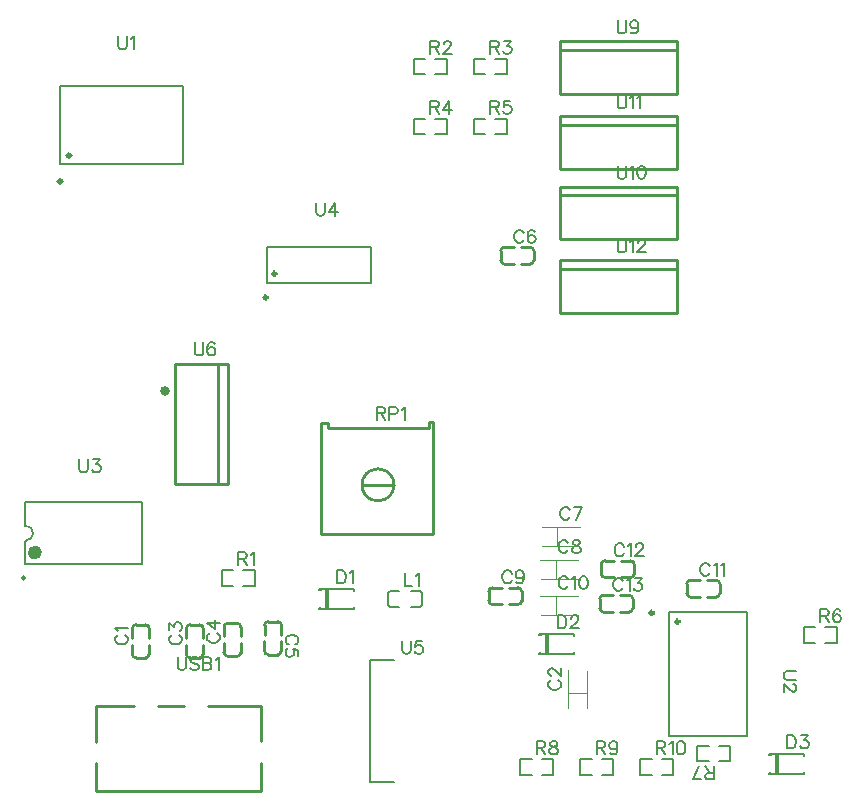
<source format=gto>
G04 Layer: TopSilkscreenLayer*
G04 EasyEDA v6.5.44, 2024-08-27 02:14:39*
G04 c69db122412b4c51b467f6eab680147d,f1a1d2977d3b4f1281c114c53eaa6542,10*
G04 Gerber Generator version 0.2*
G04 Scale: 100 percent, Rotated: No, Reflected: No *
G04 Dimensions in millimeters *
G04 leading zeros omitted , absolute positions ,4 integer and 5 decimal *
%FSLAX45Y45*%
%MOMM*%

%ADD10C,0.1524*%
%ADD11C,0.2540*%
%ADD12C,0.2000*%
%ADD13C,0.0800*%
%ADD14C,0.1520*%
%ADD15C,0.1520*%
%ADD16C,0.2500*%
%ADD17C,0.6000*%
%ADD18C,0.4000*%
%ADD19C,0.3000*%
%ADD20C,0.0168*%

%LPD*%
D10*
X1586992Y1347978D02*
G01*
X1576578Y1342644D01*
X1566163Y1332229D01*
X1561084Y1322070D01*
X1561084Y1301242D01*
X1566163Y1290828D01*
X1576578Y1280413D01*
X1586992Y1275079D01*
X1602739Y1270000D01*
X1628647Y1270000D01*
X1644142Y1275079D01*
X1654555Y1280413D01*
X1664970Y1290828D01*
X1670050Y1301242D01*
X1670050Y1322070D01*
X1664970Y1332229D01*
X1654555Y1342644D01*
X1644142Y1347978D01*
X1581912Y1382268D02*
G01*
X1576578Y1392681D01*
X1561084Y1408176D01*
X1670050Y1408176D01*
X2044191Y1347978D02*
G01*
X2033777Y1342644D01*
X2023363Y1332229D01*
X2018284Y1322070D01*
X2018284Y1301242D01*
X2023363Y1290828D01*
X2033777Y1280413D01*
X2044191Y1275079D01*
X2059940Y1270000D01*
X2085847Y1270000D01*
X2101341Y1275079D01*
X2111756Y1280413D01*
X2122170Y1290828D01*
X2127250Y1301242D01*
X2127250Y1322070D01*
X2122170Y1332229D01*
X2111756Y1342644D01*
X2101341Y1347978D01*
X2018284Y1392681D02*
G01*
X2018284Y1449831D01*
X2059940Y1418589D01*
X2059940Y1434084D01*
X2065020Y1444497D01*
X2070100Y1449831D01*
X2085847Y1454912D01*
X2096261Y1454912D01*
X2111756Y1449831D01*
X2122170Y1439418D01*
X2127250Y1423670D01*
X2127250Y1408176D01*
X2122170Y1392681D01*
X2117090Y1387347D01*
X2106675Y1382268D01*
X3775900Y3276600D02*
G01*
X3775900Y3167634D01*
X3775900Y3276600D02*
G01*
X3822636Y3276600D01*
X3838130Y3271520D01*
X3843464Y3266186D01*
X3848544Y3255771D01*
X3848544Y3245357D01*
X3843464Y3234944D01*
X3838130Y3229863D01*
X3822636Y3224784D01*
X3775900Y3224784D01*
X3812222Y3224784D02*
G01*
X3848544Y3167634D01*
X3882834Y3276600D02*
G01*
X3882834Y3167634D01*
X3882834Y3276600D02*
G01*
X3929570Y3276600D01*
X3945318Y3271520D01*
X3950398Y3266186D01*
X3955732Y3255771D01*
X3955732Y3240278D01*
X3950398Y3229863D01*
X3945318Y3224784D01*
X3929570Y3219450D01*
X3882834Y3219450D01*
X3990022Y3255771D02*
G01*
X4000436Y3261105D01*
X4015930Y3276600D01*
X4015930Y3167634D01*
X1587500Y6414515D02*
G01*
X1587500Y6336537D01*
X1592579Y6321044D01*
X1602994Y6310629D01*
X1618742Y6305550D01*
X1629155Y6305550D01*
X1644650Y6310629D01*
X1655063Y6321044D01*
X1660144Y6336537D01*
X1660144Y6414515D01*
X1694434Y6393687D02*
G01*
X1704847Y6399021D01*
X1720595Y6414515D01*
X1720595Y6305550D01*
X1257300Y2833115D02*
G01*
X1257300Y2755137D01*
X1262379Y2739644D01*
X1272794Y2729229D01*
X1288542Y2724150D01*
X1298955Y2724150D01*
X1314450Y2729229D01*
X1324863Y2739644D01*
X1329944Y2755137D01*
X1329944Y2833115D01*
X1374647Y2833115D02*
G01*
X1431797Y2833115D01*
X1400810Y2791460D01*
X1416304Y2791460D01*
X1426718Y2786379D01*
X1431797Y2781300D01*
X1437131Y2765552D01*
X1437131Y2755137D01*
X1431797Y2739644D01*
X1421384Y2729229D01*
X1405889Y2724150D01*
X1390395Y2724150D01*
X1374647Y2729229D01*
X1369568Y2734310D01*
X1364234Y2744723D01*
X5254752Y963040D02*
G01*
X5244338Y957706D01*
X5233924Y947293D01*
X5228843Y937132D01*
X5228843Y916304D01*
X5233924Y905890D01*
X5244338Y895477D01*
X5254752Y890143D01*
X5270500Y885062D01*
X5296408Y885062D01*
X5311902Y890143D01*
X5322315Y895477D01*
X5332729Y905890D01*
X5337809Y916304D01*
X5337809Y937132D01*
X5332729Y947293D01*
X5322315Y957706D01*
X5311902Y963040D01*
X5254752Y1002411D02*
G01*
X5249672Y1002411D01*
X5239258Y1007745D01*
X5233924Y1012825D01*
X5228843Y1023238D01*
X5228843Y1044067D01*
X5233924Y1054480D01*
X5239258Y1059561D01*
X5249672Y1064895D01*
X5260086Y1064895D01*
X5270500Y1059561D01*
X5285993Y1049146D01*
X5337809Y997330D01*
X5337809Y1069975D01*
X5018277Y4750307D02*
G01*
X5012943Y4760721D01*
X5002529Y4771136D01*
X4992370Y4776215D01*
X4971541Y4776215D01*
X4961127Y4771136D01*
X4950713Y4760721D01*
X4945379Y4750307D01*
X4940300Y4734560D01*
X4940300Y4708652D01*
X4945379Y4693157D01*
X4950713Y4682744D01*
X4961127Y4672329D01*
X4971541Y4667250D01*
X4992370Y4667250D01*
X5002529Y4672329D01*
X5012943Y4682744D01*
X5018277Y4693157D01*
X5114797Y4760721D02*
G01*
X5109718Y4771136D01*
X5093970Y4776215D01*
X5083809Y4776215D01*
X5068061Y4771136D01*
X5057647Y4755387D01*
X5052568Y4729479D01*
X5052568Y4703571D01*
X5057647Y4682744D01*
X5068061Y4672329D01*
X5083809Y4667250D01*
X5088890Y4667250D01*
X5104384Y4672329D01*
X5114797Y4682744D01*
X5120131Y4698237D01*
X5120131Y4703571D01*
X5114797Y4719065D01*
X5104384Y4729479D01*
X5088890Y4734560D01*
X5083809Y4734560D01*
X5068061Y4729479D01*
X5057647Y4719065D01*
X5052568Y4703571D01*
X5408040Y2403347D02*
G01*
X5402706Y2413762D01*
X5392293Y2424176D01*
X5382133Y2429255D01*
X5361304Y2429255D01*
X5350890Y2424176D01*
X5340477Y2413762D01*
X5335143Y2403347D01*
X5330063Y2387600D01*
X5330063Y2361692D01*
X5335143Y2346197D01*
X5340477Y2335784D01*
X5350890Y2325370D01*
X5361304Y2320289D01*
X5382133Y2320289D01*
X5392293Y2325370D01*
X5402706Y2335784D01*
X5408040Y2346197D01*
X5514975Y2429255D02*
G01*
X5463159Y2320289D01*
X5442331Y2429255D02*
G01*
X5514975Y2429255D01*
X5395340Y2123947D02*
G01*
X5390006Y2134362D01*
X5379593Y2144776D01*
X5369433Y2149855D01*
X5348604Y2149855D01*
X5338190Y2144776D01*
X5327777Y2134362D01*
X5322443Y2123947D01*
X5317363Y2108200D01*
X5317363Y2082292D01*
X5322443Y2066797D01*
X5327777Y2056384D01*
X5338190Y2045970D01*
X5348604Y2040889D01*
X5369433Y2040889D01*
X5379593Y2045970D01*
X5390006Y2056384D01*
X5395340Y2066797D01*
X5455538Y2149855D02*
G01*
X5440045Y2144776D01*
X5434711Y2134362D01*
X5434711Y2123947D01*
X5440045Y2113534D01*
X5450459Y2108200D01*
X5471033Y2103120D01*
X5486781Y2098039D01*
X5497195Y2087626D01*
X5502275Y2077212D01*
X5502275Y2061463D01*
X5497195Y2051050D01*
X5491861Y2045970D01*
X5476366Y2040889D01*
X5455538Y2040889D01*
X5440045Y2045970D01*
X5434711Y2051050D01*
X5429631Y2061463D01*
X5429631Y2077212D01*
X5434711Y2087626D01*
X5445125Y2098039D01*
X5460872Y2103120D01*
X5481447Y2108200D01*
X5491861Y2113534D01*
X5497195Y2123947D01*
X5497195Y2134362D01*
X5491861Y2144776D01*
X5476366Y2149855D01*
X5455538Y2149855D01*
X4916677Y1867407D02*
G01*
X4911343Y1877821D01*
X4900929Y1888236D01*
X4890770Y1893315D01*
X4869941Y1893315D01*
X4859527Y1888236D01*
X4849113Y1877821D01*
X4843779Y1867407D01*
X4838700Y1851660D01*
X4838700Y1825752D01*
X4843779Y1810257D01*
X4849113Y1799844D01*
X4859527Y1789429D01*
X4869941Y1784350D01*
X4890770Y1784350D01*
X4900929Y1789429D01*
X4911343Y1799844D01*
X4916677Y1810257D01*
X5018531Y1856994D02*
G01*
X5013197Y1841500D01*
X5002784Y1831086D01*
X4987290Y1825752D01*
X4982209Y1825752D01*
X4966461Y1831086D01*
X4956047Y1841500D01*
X4950968Y1856994D01*
X4950968Y1862073D01*
X4956047Y1877821D01*
X4966461Y1888236D01*
X4982209Y1893315D01*
X4987290Y1893315D01*
X5002784Y1888236D01*
X5013197Y1877821D01*
X5018531Y1856994D01*
X5018531Y1831086D01*
X5013197Y1804923D01*
X5002784Y1789429D01*
X4987290Y1784350D01*
X4976875Y1784350D01*
X4961381Y1789429D01*
X4956047Y1799844D01*
X5395340Y1819147D02*
G01*
X5390006Y1829562D01*
X5379593Y1839976D01*
X5369433Y1845055D01*
X5348604Y1845055D01*
X5338190Y1839976D01*
X5327777Y1829562D01*
X5322443Y1819147D01*
X5317363Y1803400D01*
X5317363Y1777492D01*
X5322443Y1761997D01*
X5327777Y1751584D01*
X5338190Y1741170D01*
X5348604Y1736089D01*
X5369433Y1736089D01*
X5379593Y1741170D01*
X5390006Y1751584D01*
X5395340Y1761997D01*
X5429631Y1824228D02*
G01*
X5440045Y1829562D01*
X5455538Y1845055D01*
X5455538Y1736089D01*
X5521070Y1845055D02*
G01*
X5505322Y1839976D01*
X5495163Y1824228D01*
X5489829Y1798320D01*
X5489829Y1782826D01*
X5495163Y1756663D01*
X5505322Y1741170D01*
X5521070Y1736089D01*
X5531484Y1736089D01*
X5546979Y1741170D01*
X5557393Y1756663D01*
X5562472Y1782826D01*
X5562472Y1798320D01*
X5557393Y1824228D01*
X5546979Y1839976D01*
X5531484Y1845055D01*
X5521070Y1845055D01*
X6593077Y1930907D02*
G01*
X6587743Y1941321D01*
X6577329Y1951736D01*
X6567170Y1956815D01*
X6546341Y1956815D01*
X6535927Y1951736D01*
X6525513Y1941321D01*
X6520179Y1930907D01*
X6515100Y1915160D01*
X6515100Y1889252D01*
X6520179Y1873757D01*
X6525513Y1863344D01*
X6535927Y1852929D01*
X6546341Y1847850D01*
X6567170Y1847850D01*
X6577329Y1852929D01*
X6587743Y1863344D01*
X6593077Y1873757D01*
X6627368Y1935987D02*
G01*
X6637781Y1941321D01*
X6653275Y1956815D01*
X6653275Y1847850D01*
X6687565Y1935987D02*
G01*
X6697979Y1941321D01*
X6713474Y1956815D01*
X6713474Y1847850D01*
X5869177Y2096007D02*
G01*
X5863843Y2106421D01*
X5853429Y2116836D01*
X5843270Y2121915D01*
X5822441Y2121915D01*
X5812027Y2116836D01*
X5801613Y2106421D01*
X5796279Y2096007D01*
X5791200Y2080260D01*
X5791200Y2054352D01*
X5796279Y2038857D01*
X5801613Y2028444D01*
X5812027Y2018029D01*
X5822441Y2012950D01*
X5843270Y2012950D01*
X5853429Y2018029D01*
X5863843Y2028444D01*
X5869177Y2038857D01*
X5903468Y2101087D02*
G01*
X5913881Y2106421D01*
X5929375Y2121915D01*
X5929375Y2012950D01*
X5969000Y2096007D02*
G01*
X5969000Y2101087D01*
X5974079Y2111502D01*
X5979159Y2116836D01*
X5989574Y2121915D01*
X6010402Y2121915D01*
X6020815Y2116836D01*
X6026150Y2111502D01*
X6031229Y2101087D01*
X6031229Y2090673D01*
X6026150Y2080260D01*
X6015736Y2064765D01*
X5963665Y2012950D01*
X6036309Y2012950D01*
X5856477Y1803907D02*
G01*
X5851143Y1814321D01*
X5840729Y1824736D01*
X5830570Y1829815D01*
X5809741Y1829815D01*
X5799327Y1824736D01*
X5788913Y1814321D01*
X5783579Y1803907D01*
X5778500Y1788160D01*
X5778500Y1762252D01*
X5783579Y1746757D01*
X5788913Y1736344D01*
X5799327Y1725929D01*
X5809741Y1720850D01*
X5830570Y1720850D01*
X5840729Y1725929D01*
X5851143Y1736344D01*
X5856477Y1746757D01*
X5890768Y1808987D02*
G01*
X5901181Y1814321D01*
X5916675Y1829815D01*
X5916675Y1720850D01*
X5961379Y1829815D02*
G01*
X6018529Y1829815D01*
X5987288Y1788160D01*
X6003036Y1788160D01*
X6013450Y1783079D01*
X6018529Y1778000D01*
X6023609Y1762252D01*
X6023609Y1751837D01*
X6018529Y1736344D01*
X6008115Y1725929D01*
X5992622Y1720850D01*
X5976874Y1720850D01*
X5961379Y1725929D01*
X5956300Y1731010D01*
X5950965Y1741423D01*
X3441700Y1893315D02*
G01*
X3441700Y1784350D01*
X3441700Y1893315D02*
G01*
X3478022Y1893315D01*
X3493770Y1888236D01*
X3503929Y1877821D01*
X3509263Y1867407D01*
X3514343Y1851660D01*
X3514343Y1825752D01*
X3509263Y1810257D01*
X3503929Y1799844D01*
X3493770Y1789429D01*
X3478022Y1784350D01*
X3441700Y1784350D01*
X3548634Y1872487D02*
G01*
X3559047Y1877821D01*
X3574795Y1893315D01*
X3574795Y1784350D01*
X5308600Y1512315D02*
G01*
X5308600Y1403350D01*
X5308600Y1512315D02*
G01*
X5344922Y1512315D01*
X5360670Y1507236D01*
X5370829Y1496821D01*
X5376163Y1486407D01*
X5381243Y1470660D01*
X5381243Y1444752D01*
X5376163Y1429257D01*
X5370829Y1418844D01*
X5360670Y1408429D01*
X5344922Y1403350D01*
X5308600Y1403350D01*
X5420868Y1486407D02*
G01*
X5420868Y1491487D01*
X5425947Y1501902D01*
X5431281Y1507236D01*
X5441695Y1512315D01*
X5462270Y1512315D01*
X5472684Y1507236D01*
X5478018Y1501902D01*
X5483097Y1491487D01*
X5483097Y1481073D01*
X5478018Y1470660D01*
X5467604Y1455165D01*
X5415534Y1403350D01*
X5488431Y1403350D01*
X7251700Y496315D02*
G01*
X7251700Y387350D01*
X7251700Y496315D02*
G01*
X7288022Y496315D01*
X7303770Y491236D01*
X7313929Y480821D01*
X7319263Y470407D01*
X7324343Y454660D01*
X7324343Y428752D01*
X7319263Y413257D01*
X7313929Y402844D01*
X7303770Y392429D01*
X7288022Y387350D01*
X7251700Y387350D01*
X7369047Y496315D02*
G01*
X7426197Y496315D01*
X7395209Y454660D01*
X7410704Y454660D01*
X7421118Y449579D01*
X7426197Y444500D01*
X7431531Y428752D01*
X7431531Y418337D01*
X7426197Y402844D01*
X7415784Y392429D01*
X7400290Y387350D01*
X7384795Y387350D01*
X7369047Y392429D01*
X7363968Y397510D01*
X7358634Y407923D01*
X4011612Y1868170D02*
G01*
X4011612Y1759204D01*
X4011612Y1759204D02*
G01*
X4073842Y1759204D01*
X4108132Y1847342D02*
G01*
X4118546Y1852676D01*
X4134294Y1868170D01*
X4134294Y1759204D01*
X2603500Y2045715D02*
G01*
X2603500Y1936750D01*
X2603500Y2045715D02*
G01*
X2650236Y2045715D01*
X2665729Y2040636D01*
X2671063Y2035302D01*
X2676143Y2024887D01*
X2676143Y2014473D01*
X2671063Y2004060D01*
X2665729Y1998979D01*
X2650236Y1993900D01*
X2603500Y1993900D01*
X2639822Y1993900D02*
G01*
X2676143Y1936750D01*
X2710434Y2024887D02*
G01*
X2720847Y2030221D01*
X2736595Y2045715D01*
X2736595Y1936750D01*
X4229100Y6376415D02*
G01*
X4229100Y6267450D01*
X4229100Y6376415D02*
G01*
X4275836Y6376415D01*
X4291329Y6371336D01*
X4296663Y6366002D01*
X4301743Y6355587D01*
X4301743Y6345173D01*
X4296663Y6334760D01*
X4291329Y6329679D01*
X4275836Y6324600D01*
X4229100Y6324600D01*
X4265422Y6324600D02*
G01*
X4301743Y6267450D01*
X4341368Y6350507D02*
G01*
X4341368Y6355587D01*
X4346447Y6366002D01*
X4351781Y6371336D01*
X4362195Y6376415D01*
X4382770Y6376415D01*
X4393184Y6371336D01*
X4398518Y6366002D01*
X4403597Y6355587D01*
X4403597Y6345173D01*
X4398518Y6334760D01*
X4388104Y6319265D01*
X4336034Y6267450D01*
X4408931Y6267450D01*
X4737100Y6376415D02*
G01*
X4737100Y6267450D01*
X4737100Y6376415D02*
G01*
X4783836Y6376415D01*
X4799329Y6371336D01*
X4804663Y6366002D01*
X4809743Y6355587D01*
X4809743Y6345173D01*
X4804663Y6334760D01*
X4799329Y6329679D01*
X4783836Y6324600D01*
X4737100Y6324600D01*
X4773422Y6324600D02*
G01*
X4809743Y6267450D01*
X4854447Y6376415D02*
G01*
X4911597Y6376415D01*
X4880609Y6334760D01*
X4896104Y6334760D01*
X4906518Y6329679D01*
X4911597Y6324600D01*
X4916931Y6308852D01*
X4916931Y6298437D01*
X4911597Y6282944D01*
X4901184Y6272529D01*
X4885690Y6267450D01*
X4870195Y6267450D01*
X4854447Y6272529D01*
X4849368Y6277610D01*
X4844034Y6288023D01*
X4229100Y5868415D02*
G01*
X4229100Y5759450D01*
X4229100Y5868415D02*
G01*
X4275836Y5868415D01*
X4291329Y5863336D01*
X4296663Y5858002D01*
X4301743Y5847587D01*
X4301743Y5837173D01*
X4296663Y5826760D01*
X4291329Y5821679D01*
X4275836Y5816600D01*
X4229100Y5816600D01*
X4265422Y5816600D02*
G01*
X4301743Y5759450D01*
X4388104Y5868415D02*
G01*
X4336034Y5795771D01*
X4414011Y5795771D01*
X4388104Y5868415D02*
G01*
X4388104Y5759450D01*
X4737100Y5868415D02*
G01*
X4737100Y5759450D01*
X4737100Y5868415D02*
G01*
X4783836Y5868415D01*
X4799329Y5863336D01*
X4804663Y5858002D01*
X4809743Y5847587D01*
X4809743Y5837173D01*
X4804663Y5826760D01*
X4799329Y5821679D01*
X4783836Y5816600D01*
X4737100Y5816600D01*
X4773422Y5816600D02*
G01*
X4809743Y5759450D01*
X4906518Y5868415D02*
G01*
X4854447Y5868415D01*
X4849368Y5821679D01*
X4854447Y5826760D01*
X4870195Y5832094D01*
X4885690Y5832094D01*
X4901184Y5826760D01*
X4911597Y5816600D01*
X4916931Y5800852D01*
X4916931Y5790437D01*
X4911597Y5774944D01*
X4901184Y5764529D01*
X4885690Y5759450D01*
X4870195Y5759450D01*
X4854447Y5764529D01*
X4849368Y5769610D01*
X4844034Y5780023D01*
X7531100Y1563115D02*
G01*
X7531100Y1454150D01*
X7531100Y1563115D02*
G01*
X7577836Y1563115D01*
X7593329Y1558036D01*
X7598663Y1552702D01*
X7603743Y1542287D01*
X7603743Y1531873D01*
X7598663Y1521460D01*
X7593329Y1516379D01*
X7577836Y1511300D01*
X7531100Y1511300D01*
X7567422Y1511300D02*
G01*
X7603743Y1454150D01*
X7700518Y1547621D02*
G01*
X7695184Y1558036D01*
X7679690Y1563115D01*
X7669275Y1563115D01*
X7653781Y1558036D01*
X7643368Y1542287D01*
X7638034Y1516379D01*
X7638034Y1490471D01*
X7643368Y1469644D01*
X7653781Y1459229D01*
X7669275Y1454150D01*
X7674609Y1454150D01*
X7690104Y1459229D01*
X7700518Y1469644D01*
X7705597Y1485137D01*
X7705597Y1490471D01*
X7700518Y1505965D01*
X7690104Y1516379D01*
X7674609Y1521460D01*
X7669275Y1521460D01*
X7653781Y1516379D01*
X7643368Y1505965D01*
X7638034Y1490471D01*
X6629400Y125984D02*
G01*
X6629400Y234950D01*
X6629400Y125984D02*
G01*
X6582663Y125984D01*
X6567170Y131063D01*
X6561836Y136397D01*
X6556756Y146812D01*
X6556756Y157226D01*
X6561836Y167639D01*
X6567170Y172720D01*
X6582663Y177800D01*
X6629400Y177800D01*
X6593077Y177800D02*
G01*
X6556756Y234950D01*
X6449568Y125984D02*
G01*
X6501638Y234950D01*
X6522465Y125984D02*
G01*
X6449568Y125984D01*
X5130800Y445515D02*
G01*
X5130800Y336550D01*
X5130800Y445515D02*
G01*
X5177536Y445515D01*
X5193029Y440436D01*
X5198363Y435102D01*
X5203443Y424687D01*
X5203443Y414273D01*
X5198363Y403860D01*
X5193029Y398779D01*
X5177536Y393700D01*
X5130800Y393700D01*
X5167122Y393700D02*
G01*
X5203443Y336550D01*
X5263895Y445515D02*
G01*
X5248147Y440436D01*
X5243068Y430021D01*
X5243068Y419607D01*
X5248147Y409194D01*
X5258561Y403860D01*
X5279390Y398779D01*
X5294884Y393700D01*
X5305297Y383286D01*
X5310631Y372871D01*
X5310631Y357123D01*
X5305297Y346710D01*
X5300218Y341629D01*
X5284470Y336550D01*
X5263895Y336550D01*
X5248147Y341629D01*
X5243068Y346710D01*
X5237734Y357123D01*
X5237734Y372871D01*
X5243068Y383286D01*
X5253481Y393700D01*
X5268975Y398779D01*
X5289804Y403860D01*
X5300218Y409194D01*
X5305297Y419607D01*
X5305297Y430021D01*
X5300218Y440436D01*
X5284470Y445515D01*
X5263895Y445515D01*
X5638800Y445515D02*
G01*
X5638800Y336550D01*
X5638800Y445515D02*
G01*
X5685536Y445515D01*
X5701029Y440436D01*
X5706363Y435102D01*
X5711443Y424687D01*
X5711443Y414273D01*
X5706363Y403860D01*
X5701029Y398779D01*
X5685536Y393700D01*
X5638800Y393700D01*
X5675122Y393700D02*
G01*
X5711443Y336550D01*
X5813297Y409194D02*
G01*
X5808218Y393700D01*
X5797804Y383286D01*
X5782309Y377952D01*
X5776975Y377952D01*
X5761481Y383286D01*
X5751068Y393700D01*
X5745734Y409194D01*
X5745734Y414273D01*
X5751068Y430021D01*
X5761481Y440436D01*
X5776975Y445515D01*
X5782309Y445515D01*
X5797804Y440436D01*
X5808218Y430021D01*
X5813297Y409194D01*
X5813297Y383286D01*
X5808218Y357123D01*
X5797804Y341629D01*
X5782309Y336550D01*
X5771895Y336550D01*
X5756147Y341629D01*
X5751068Y352044D01*
X6146800Y445515D02*
G01*
X6146800Y336550D01*
X6146800Y445515D02*
G01*
X6193536Y445515D01*
X6209029Y440436D01*
X6214363Y435102D01*
X6219443Y424687D01*
X6219443Y414273D01*
X6214363Y403860D01*
X6209029Y398779D01*
X6193536Y393700D01*
X6146800Y393700D01*
X6183122Y393700D02*
G01*
X6219443Y336550D01*
X6253734Y424687D02*
G01*
X6264147Y430021D01*
X6279895Y445515D01*
X6279895Y336550D01*
X6345174Y445515D02*
G01*
X6329679Y440436D01*
X6319265Y424687D01*
X6314186Y398779D01*
X6314186Y383286D01*
X6319265Y357123D01*
X6329679Y341629D01*
X6345174Y336550D01*
X6355588Y336550D01*
X6371336Y341629D01*
X6381750Y357123D01*
X6386829Y383286D01*
X6386829Y398779D01*
X6381750Y424687D01*
X6371336Y440436D01*
X6355588Y445515D01*
X6345174Y445515D01*
X7328915Y1041400D02*
G01*
X7250938Y1041400D01*
X7235443Y1036320D01*
X7225029Y1025905D01*
X7219950Y1010157D01*
X7219950Y999744D01*
X7225029Y984250D01*
X7235443Y973836D01*
X7250938Y968755D01*
X7328915Y968755D01*
X7303008Y929131D02*
G01*
X7308088Y929131D01*
X7318502Y924052D01*
X7323836Y918718D01*
X7328915Y908304D01*
X7328915Y887729D01*
X7323836Y877315D01*
X7318502Y871981D01*
X7308088Y866902D01*
X7297674Y866902D01*
X7287259Y871981D01*
X7271765Y882395D01*
X7219950Y934465D01*
X7219950Y861568D01*
X3263900Y5004810D02*
G01*
X3263900Y4926832D01*
X3268979Y4911338D01*
X3279393Y4900924D01*
X3295141Y4895844D01*
X3305556Y4895844D01*
X3321050Y4900924D01*
X3331463Y4911338D01*
X3336543Y4926832D01*
X3336543Y5004810D01*
X3422904Y5004810D02*
G01*
X3370834Y4932166D01*
X3448811Y4932166D01*
X3422904Y5004810D02*
G01*
X3422904Y4895844D01*
X3988739Y1296415D02*
G01*
X3988739Y1218437D01*
X3993819Y1202944D01*
X4004233Y1192529D01*
X4019981Y1187450D01*
X4030395Y1187450D01*
X4045889Y1192529D01*
X4056303Y1202944D01*
X4061383Y1218437D01*
X4061383Y1296415D01*
X4158157Y1296415D02*
G01*
X4106087Y1296415D01*
X4101007Y1249679D01*
X4106087Y1254760D01*
X4121835Y1260094D01*
X4137329Y1260094D01*
X4152823Y1254760D01*
X4163237Y1244600D01*
X4168571Y1228852D01*
X4168571Y1218437D01*
X4163237Y1202944D01*
X4152823Y1192529D01*
X4137329Y1187450D01*
X4121835Y1187450D01*
X4106087Y1192529D01*
X4101007Y1197610D01*
X4095673Y1208023D01*
X2235200Y3823715D02*
G01*
X2235200Y3745737D01*
X2240279Y3730244D01*
X2250693Y3719829D01*
X2266441Y3714750D01*
X2276856Y3714750D01*
X2292350Y3719829D01*
X2302763Y3730244D01*
X2307843Y3745737D01*
X2307843Y3823715D01*
X2404618Y3808221D02*
G01*
X2399284Y3818636D01*
X2383790Y3823715D01*
X2373375Y3823715D01*
X2357881Y3818636D01*
X2347468Y3802887D01*
X2342134Y3776979D01*
X2342134Y3751071D01*
X2347468Y3730244D01*
X2357881Y3719829D01*
X2373375Y3714750D01*
X2378709Y3714750D01*
X2394204Y3719829D01*
X2404618Y3730244D01*
X2409697Y3745737D01*
X2409697Y3751071D01*
X2404618Y3766565D01*
X2394204Y3776979D01*
X2378709Y3782060D01*
X2373375Y3782060D01*
X2357881Y3776979D01*
X2347468Y3766565D01*
X2342134Y3751071D01*
X5814593Y6550113D02*
G01*
X5814593Y6472135D01*
X5819673Y6456641D01*
X5830087Y6446227D01*
X5845835Y6441147D01*
X5856249Y6441147D01*
X5871743Y6446227D01*
X5882157Y6456641D01*
X5887237Y6472135D01*
X5887237Y6550113D01*
X5989091Y6513791D02*
G01*
X5984011Y6498297D01*
X5973597Y6487883D01*
X5958103Y6482549D01*
X5952769Y6482549D01*
X5937275Y6487883D01*
X5926861Y6498297D01*
X5921527Y6513791D01*
X5921527Y6518871D01*
X5926861Y6534619D01*
X5937275Y6545033D01*
X5952769Y6550113D01*
X5958103Y6550113D01*
X5973597Y6545033D01*
X5984011Y6534619D01*
X5989091Y6513791D01*
X5989091Y6487883D01*
X5984011Y6461721D01*
X5973597Y6446227D01*
X5958103Y6441147D01*
X5947689Y6441147D01*
X5931941Y6446227D01*
X5926861Y6456641D01*
X5814593Y5318213D02*
G01*
X5814593Y5240235D01*
X5819673Y5224741D01*
X5830087Y5214327D01*
X5845835Y5209247D01*
X5856249Y5209247D01*
X5871743Y5214327D01*
X5882157Y5224741D01*
X5887237Y5240235D01*
X5887237Y5318213D01*
X5921527Y5297385D02*
G01*
X5931941Y5302719D01*
X5947689Y5318213D01*
X5947689Y5209247D01*
X6012967Y5318213D02*
G01*
X5997473Y5313133D01*
X5987059Y5297385D01*
X5981979Y5271477D01*
X5981979Y5255983D01*
X5987059Y5229821D01*
X5997473Y5214327D01*
X6012967Y5209247D01*
X6023381Y5209247D01*
X6039129Y5214327D01*
X6049543Y5229821D01*
X6054623Y5255983D01*
X6054623Y5271477D01*
X6049543Y5297385D01*
X6039129Y5313133D01*
X6023381Y5318213D01*
X6012967Y5318213D01*
X5814593Y5915113D02*
G01*
X5814593Y5837135D01*
X5819673Y5821641D01*
X5830087Y5811227D01*
X5845835Y5806147D01*
X5856249Y5806147D01*
X5871743Y5811227D01*
X5882157Y5821641D01*
X5887237Y5837135D01*
X5887237Y5915113D01*
X5921527Y5894285D02*
G01*
X5931941Y5899619D01*
X5947689Y5915113D01*
X5947689Y5806147D01*
X5981979Y5894285D02*
G01*
X5992393Y5899619D01*
X6007887Y5915113D01*
X6007887Y5806147D01*
X5814593Y4695913D02*
G01*
X5814593Y4617935D01*
X5819673Y4602441D01*
X5830087Y4592027D01*
X5845835Y4586947D01*
X5856249Y4586947D01*
X5871743Y4592027D01*
X5882157Y4602441D01*
X5887237Y4617935D01*
X5887237Y4695913D01*
X5921527Y4675085D02*
G01*
X5931941Y4680419D01*
X5947689Y4695913D01*
X5947689Y4586947D01*
X5987059Y4670005D02*
G01*
X5987059Y4675085D01*
X5992393Y4685499D01*
X5997473Y4690833D01*
X6007887Y4695913D01*
X6028715Y4695913D01*
X6039129Y4690833D01*
X6044209Y4685499D01*
X6049543Y4675085D01*
X6049543Y4664671D01*
X6044209Y4654257D01*
X6033795Y4638763D01*
X5981979Y4586947D01*
X6054623Y4586947D01*
X2361691Y1360678D02*
G01*
X2351277Y1355597D01*
X2340863Y1345184D01*
X2335784Y1334770D01*
X2335784Y1313942D01*
X2340863Y1303528D01*
X2351277Y1293113D01*
X2361691Y1288034D01*
X2377440Y1282700D01*
X2403347Y1282700D01*
X2418841Y1288034D01*
X2429256Y1293113D01*
X2439670Y1303528D01*
X2444750Y1313942D01*
X2444750Y1334770D01*
X2439670Y1345184D01*
X2429256Y1355597D01*
X2418841Y1360678D01*
X2335784Y1447037D02*
G01*
X2408427Y1394968D01*
X2408427Y1472945D01*
X2335784Y1447037D02*
G01*
X2444750Y1447037D01*
X3086608Y1268221D02*
G01*
X3097022Y1273302D01*
X3107436Y1283715D01*
X3112515Y1294129D01*
X3112515Y1314957D01*
X3107436Y1325371D01*
X3097022Y1335786D01*
X3086608Y1340865D01*
X3070859Y1346200D01*
X3044952Y1346200D01*
X3029458Y1340865D01*
X3019043Y1335786D01*
X3008629Y1325371D01*
X3003550Y1314957D01*
X3003550Y1294129D01*
X3008629Y1283715D01*
X3019043Y1273302D01*
X3029458Y1268221D01*
X3112515Y1171447D02*
G01*
X3112515Y1223518D01*
X3065779Y1228597D01*
X3070859Y1223518D01*
X3076193Y1208023D01*
X3076193Y1192276D01*
X3070859Y1176781D01*
X3060700Y1166368D01*
X3044952Y1161034D01*
X3034538Y1161034D01*
X3019043Y1166368D01*
X3008629Y1176781D01*
X3003550Y1192276D01*
X3003550Y1208023D01*
X3008629Y1223518D01*
X3013709Y1228597D01*
X3024124Y1233931D01*
X2089150Y1160315D02*
G01*
X2089150Y1082337D01*
X2094229Y1066843D01*
X2104643Y1056429D01*
X2120391Y1051349D01*
X2130806Y1051349D01*
X2146300Y1056429D01*
X2156713Y1066843D01*
X2161793Y1082337D01*
X2161793Y1160315D01*
X2268981Y1144821D02*
G01*
X2258568Y1155235D01*
X2242820Y1160315D01*
X2222245Y1160315D01*
X2206497Y1155235D01*
X2196084Y1144821D01*
X2196084Y1134407D01*
X2201418Y1123993D01*
X2206497Y1118659D01*
X2216911Y1113579D01*
X2248154Y1103165D01*
X2258568Y1098085D01*
X2263647Y1092751D01*
X2268981Y1082337D01*
X2268981Y1066843D01*
X2258568Y1056429D01*
X2242820Y1051349D01*
X2222245Y1051349D01*
X2206497Y1056429D01*
X2196084Y1066843D01*
X2303272Y1160315D02*
G01*
X2303272Y1051349D01*
X2303272Y1160315D02*
G01*
X2350008Y1160315D01*
X2365502Y1155235D01*
X2370836Y1149901D01*
X2375915Y1139487D01*
X2375915Y1129073D01*
X2370836Y1118659D01*
X2365502Y1113579D01*
X2350008Y1108499D01*
X2303272Y1108499D02*
G01*
X2350008Y1108499D01*
X2365502Y1103165D01*
X2370836Y1098085D01*
X2375915Y1087671D01*
X2375915Y1071923D01*
X2370836Y1061509D01*
X2365502Y1056429D01*
X2350008Y1051349D01*
X2303272Y1051349D01*
X2410206Y1139487D02*
G01*
X2420620Y1144821D01*
X2436113Y1160315D01*
X2436113Y1051349D01*
D11*
X1738022Y1434401D02*
G01*
X1818025Y1434401D01*
X1707037Y1323426D02*
G01*
X1707037Y1403423D01*
X1849003Y1323426D02*
G01*
X1849003Y1403423D01*
X1706455Y1265836D02*
G01*
X1706455Y1185837D01*
X1737438Y1154854D02*
G01*
X1817436Y1154854D01*
X1848416Y1265836D02*
G01*
X1848416Y1185837D01*
X2195222Y1434401D02*
G01*
X2275225Y1434401D01*
X2164237Y1323426D02*
G01*
X2164237Y1403423D01*
X2306203Y1323426D02*
G01*
X2306203Y1403423D01*
X2163655Y1265836D02*
G01*
X2163655Y1185837D01*
X2194638Y1154854D02*
G01*
X2274636Y1154854D01*
X2305616Y1265836D02*
G01*
X2305616Y1185837D01*
X3302000Y3137915D02*
G01*
X3302000Y2198115D01*
X4254500Y2198115D01*
X4254500Y3150615D01*
X4216400Y3150615D01*
X4216400Y3099815D01*
X3365500Y3099815D01*
X3365500Y3137915D01*
X3302000Y3137915D01*
X3919946Y2618023D02*
G01*
X3648900Y2618023D01*
D10*
X1090279Y5332059D02*
G01*
X1090279Y5996340D01*
X2135520Y5996340D01*
X2135520Y5332059D01*
X1090279Y5332059D01*
D12*
X801400Y2273800D02*
G01*
X801370Y2273300D01*
X801370Y2474721D01*
X1791462Y2474721D01*
X1791462Y1944878D01*
X801370Y1944878D01*
X801370Y2146300D01*
X801400Y2145799D01*
D13*
X5553709Y731520D02*
G01*
X5553709Y1046479D01*
X5393690Y728979D02*
G01*
X5393690Y1049020D01*
X5553709Y856650D02*
G01*
X5393690Y857023D01*
D11*
X5104701Y4599277D02*
G01*
X5104701Y4519274D01*
X4993726Y4630262D02*
G01*
X5073723Y4630262D01*
X4993726Y4488296D02*
G01*
X5073723Y4488296D01*
X4936136Y4630844D02*
G01*
X4856137Y4630844D01*
X4825154Y4599861D02*
G01*
X4825154Y4519863D01*
X4936136Y4488883D02*
G01*
X4856137Y4488883D01*
D13*
X5176520Y2104389D02*
G01*
X5491479Y2104389D01*
X5173979Y2264410D02*
G01*
X5494020Y2264410D01*
X5301650Y2104389D02*
G01*
X5302023Y2264410D01*
X5163820Y1824989D02*
G01*
X5478779Y1824989D01*
X5161279Y1985010D02*
G01*
X5481320Y1985010D01*
X5288950Y1824989D02*
G01*
X5289323Y1985010D01*
D11*
X5003101Y1716377D02*
G01*
X5003101Y1636374D01*
X4892126Y1747362D02*
G01*
X4972123Y1747362D01*
X4892126Y1605396D02*
G01*
X4972123Y1605396D01*
X4834536Y1747944D02*
G01*
X4754537Y1747944D01*
X4723554Y1716961D02*
G01*
X4723554Y1636963D01*
X4834536Y1605983D02*
G01*
X4754537Y1605983D01*
D13*
X5163820Y1520189D02*
G01*
X5478779Y1520189D01*
X5161279Y1680210D02*
G01*
X5481320Y1680210D01*
X5288950Y1520189D02*
G01*
X5289323Y1680210D01*
D11*
X6679501Y1779877D02*
G01*
X6679501Y1699874D01*
X6568526Y1810862D02*
G01*
X6648523Y1810862D01*
X6568526Y1668896D02*
G01*
X6648523Y1668896D01*
X6510936Y1811444D02*
G01*
X6430937Y1811444D01*
X6399954Y1780461D02*
G01*
X6399954Y1700463D01*
X6510936Y1669483D02*
G01*
X6430937Y1669483D01*
X5955601Y1944977D02*
G01*
X5955601Y1864974D01*
X5844626Y1975962D02*
G01*
X5924623Y1975962D01*
X5844626Y1833996D02*
G01*
X5924623Y1833996D01*
X5787036Y1976544D02*
G01*
X5707037Y1976544D01*
X5676054Y1945561D02*
G01*
X5676054Y1865563D01*
X5787036Y1834583D02*
G01*
X5707037Y1834583D01*
X5942901Y1652877D02*
G01*
X5942901Y1572874D01*
X5831926Y1683862D02*
G01*
X5911923Y1683862D01*
X5831926Y1541896D02*
G01*
X5911923Y1541896D01*
X5774336Y1684444D02*
G01*
X5694337Y1684444D01*
X5663354Y1653461D02*
G01*
X5663354Y1573463D01*
X5774336Y1542483D02*
G01*
X5694337Y1542483D01*
D14*
X3283699Y1575485D02*
G01*
X3301083Y1575485D01*
X3283699Y1726514D02*
G01*
X3301083Y1726514D01*
X3283699Y1726514D02*
G01*
X3283699Y1737619D01*
X3301083Y1737619D01*
X3301083Y1564380D02*
G01*
X3283699Y1564380D01*
X3283699Y1575485D01*
X3301083Y1575485D02*
G01*
X3301083Y1564380D01*
X3301083Y1737619D02*
G01*
X3301083Y1726514D01*
X3358987Y1737619D02*
G01*
X3358987Y1564380D01*
D10*
X3344699Y1737619D02*
G01*
X3344699Y1564380D01*
X3301083Y1737619D02*
G01*
X3582316Y1737619D01*
X3582316Y1737619D02*
G01*
X3582316Y1720819D01*
X3301083Y1564380D02*
G01*
X3582316Y1564380D01*
X3582316Y1564380D02*
G01*
X3582316Y1581180D01*
D14*
X5150599Y1194485D02*
G01*
X5167983Y1194485D01*
X5150599Y1345514D02*
G01*
X5167983Y1345514D01*
X5150599Y1345514D02*
G01*
X5150599Y1356619D01*
X5167983Y1356619D01*
X5167983Y1183380D02*
G01*
X5150599Y1183380D01*
X5150599Y1194485D01*
X5167983Y1194485D02*
G01*
X5167983Y1183380D01*
X5167983Y1356619D02*
G01*
X5167983Y1345514D01*
X5225887Y1356619D02*
G01*
X5225887Y1183380D01*
D10*
X5211599Y1356619D02*
G01*
X5211599Y1183380D01*
X5167983Y1356619D02*
G01*
X5449216Y1356619D01*
X5449216Y1356619D02*
G01*
X5449216Y1339819D01*
X5167983Y1183380D02*
G01*
X5449216Y1183380D01*
X5449216Y1183380D02*
G01*
X5449216Y1200180D01*
D14*
X7093699Y178485D02*
G01*
X7111083Y178485D01*
X7093699Y329514D02*
G01*
X7111083Y329514D01*
X7093699Y329514D02*
G01*
X7093699Y340619D01*
X7111083Y340619D01*
X7111083Y167380D02*
G01*
X7093699Y167380D01*
X7093699Y178485D01*
X7111083Y178485D02*
G01*
X7111083Y167380D01*
X7111083Y340619D02*
G01*
X7111083Y329514D01*
X7168987Y340619D02*
G01*
X7168987Y167380D01*
D10*
X7154699Y340619D02*
G01*
X7154699Y167380D01*
X7111083Y340619D02*
G01*
X7392316Y340619D01*
X7392316Y340619D02*
G01*
X7392316Y323819D01*
X7111083Y167380D02*
G01*
X7392316Y167380D01*
X7392316Y167380D02*
G01*
X7392316Y184180D01*
D15*
X3886032Y1585864D02*
G01*
X3962232Y1585864D01*
X4139034Y1585864D02*
G01*
X4062834Y1585864D01*
X4139034Y1717984D02*
G01*
X4062834Y1717984D01*
D10*
X4139034Y1717984D02*
G01*
X4154263Y1702742D01*
X4154263Y1601099D01*
X4139034Y1585864D01*
D15*
X3886032Y1717984D02*
G01*
X3962232Y1717984D01*
D10*
X3886032Y1585864D02*
G01*
X3870789Y1601099D01*
X3870789Y1702742D01*
X3886032Y1717984D01*
X2646121Y1762739D02*
G01*
X2742008Y1762739D01*
X2742008Y1894860D01*
X2646121Y1894860D01*
X2560878Y1762739D02*
G01*
X2464991Y1762739D01*
X2464991Y1894860D01*
X2560878Y1894860D01*
X4271721Y6093439D02*
G01*
X4367608Y6093439D01*
X4367608Y6225560D01*
X4271721Y6225560D01*
X4186478Y6093439D02*
G01*
X4090591Y6093439D01*
X4090591Y6225560D01*
X4186478Y6225560D01*
X4779721Y6093439D02*
G01*
X4875608Y6093439D01*
X4875608Y6225560D01*
X4779721Y6225560D01*
X4694478Y6093439D02*
G01*
X4598591Y6093439D01*
X4598591Y6225560D01*
X4694478Y6225560D01*
X4271721Y5585439D02*
G01*
X4367608Y5585439D01*
X4367608Y5717560D01*
X4271721Y5717560D01*
X4186478Y5585439D02*
G01*
X4090591Y5585439D01*
X4090591Y5717560D01*
X4186478Y5717560D01*
X4779721Y5585439D02*
G01*
X4875608Y5585439D01*
X4875608Y5717560D01*
X4779721Y5717560D01*
X4694478Y5585439D02*
G01*
X4598591Y5585439D01*
X4598591Y5717560D01*
X4694478Y5717560D01*
X7573721Y1280139D02*
G01*
X7669608Y1280139D01*
X7669608Y1412260D01*
X7573721Y1412260D01*
X7488478Y1280139D02*
G01*
X7392591Y1280139D01*
X7392591Y1412260D01*
X7488478Y1412260D01*
X6586778Y408960D02*
G01*
X6490891Y408960D01*
X6490891Y276839D01*
X6586778Y276839D01*
X6672021Y408960D02*
G01*
X6767908Y408960D01*
X6767908Y276839D01*
X6672021Y276839D01*
X5173421Y162539D02*
G01*
X5269308Y162539D01*
X5269308Y294660D01*
X5173421Y294660D01*
X5088178Y162539D02*
G01*
X4992291Y162539D01*
X4992291Y294660D01*
X5088178Y294660D01*
X5681421Y162539D02*
G01*
X5777308Y162539D01*
X5777308Y294660D01*
X5681421Y294660D01*
X5596178Y162539D02*
G01*
X5500291Y162539D01*
X5500291Y294660D01*
X5596178Y294660D01*
X6189421Y162539D02*
G01*
X6285308Y162539D01*
X6285308Y294660D01*
X6189421Y294660D01*
X6104178Y162539D02*
G01*
X6008291Y162539D01*
X6008291Y294660D01*
X6104178Y294660D01*
X6246459Y1538620D02*
G01*
X6910740Y1538620D01*
X6910740Y493379D01*
X6246459Y493379D01*
X6246459Y1538620D01*
X2849178Y4330956D02*
G01*
X2849178Y4635238D01*
X3729421Y4635238D01*
X3729421Y4330956D01*
X2849178Y4330956D01*
X3918300Y1138920D02*
G01*
X3721920Y1138920D01*
X3918300Y105679D02*
G01*
X3721920Y105679D01*
X3721920Y1138920D02*
G01*
X3721920Y105679D01*
D11*
X2430899Y3644900D02*
G01*
X2430899Y2628900D01*
X2070100Y3644900D02*
G01*
X2070100Y2628900D01*
X2514600Y2628900D01*
X2514600Y3644900D01*
X2070100Y3644900D01*
X5326367Y6303693D02*
G01*
X6320294Y6303693D01*
X5326009Y6373525D02*
G01*
X5328295Y5928098D01*
X6320294Y5928098D01*
X6320294Y6374096D01*
X5325818Y6373842D01*
X5326367Y5071793D02*
G01*
X6320294Y5071793D01*
X5326009Y5141625D02*
G01*
X5328295Y4696198D01*
X6320294Y4696198D01*
X6320294Y5142196D01*
X5325818Y5141942D01*
X5326367Y5668693D02*
G01*
X6320294Y5668693D01*
X5326009Y5738525D02*
G01*
X5328295Y5293098D01*
X6320294Y5293098D01*
X6320294Y5739096D01*
X5325818Y5738842D01*
X5326367Y4449493D02*
G01*
X6320294Y4449493D01*
X5326009Y4519325D02*
G01*
X5328295Y4073898D01*
X6320294Y4073898D01*
X6320294Y4519896D01*
X5325818Y4519642D01*
X2512722Y1447101D02*
G01*
X2592725Y1447101D01*
X2481737Y1336126D02*
G01*
X2481737Y1416123D01*
X2623703Y1336126D02*
G01*
X2623703Y1416123D01*
X2481155Y1278536D02*
G01*
X2481155Y1198537D01*
X2512138Y1167554D02*
G01*
X2592136Y1167554D01*
X2623116Y1278536D02*
G01*
X2623116Y1198537D01*
X2935577Y1181798D02*
G01*
X2855574Y1181798D01*
X2966562Y1292773D02*
G01*
X2966562Y1212776D01*
X2824596Y1292773D02*
G01*
X2824596Y1212776D01*
X2967144Y1350363D02*
G01*
X2967144Y1430362D01*
X2936161Y1461345D02*
G01*
X2856163Y1461345D01*
X2825183Y1350363D02*
G01*
X2825183Y1430362D01*
X2346043Y744263D02*
G01*
X2795015Y744263D01*
X1921042Y744263D02*
G01*
X2144758Y744263D01*
X1394101Y744298D02*
G01*
X1394101Y744263D01*
X1719757Y744263D01*
X1394101Y263834D02*
G01*
X1394101Y24935D01*
X1394101Y744298D02*
G01*
X1394101Y445358D01*
X2795015Y261576D02*
G01*
X2795015Y24935D01*
X2795015Y744263D02*
G01*
X2795015Y447616D01*
X1395221Y24935D02*
G01*
X2795015Y24935D01*
G75*
G01*
X1737439Y1154849D02*
G02*
X1706456Y1185832I0J30983D01*
G75*
G01*
X1848422Y1185832D02*
G02*
X1817436Y1154849I-30983J0D01*
G75*
G01*
X1707037Y1403419D02*
G02*
X1738023Y1434401I30983J0D01*
G75*
G01*
X1818020Y1434401D02*
G02*
X1849003Y1403419I0J-30982D01*
G75*
G01*
X2194639Y1154849D02*
G02*
X2163656Y1185832I0J30983D01*
G75*
G01*
X2305622Y1185832D02*
G02*
X2274636Y1154849I-30983J0D01*
G75*
G01*
X2164237Y1403419D02*
G02*
X2195223Y1434401I30983J0D01*
G75*
G01*
X2275220Y1434401D02*
G02*
X2306203Y1403419I0J-30982D01*
G75*
G01*
X3784537Y2753406D02*
G03*
X3787076Y2753406I1270J-135343D01*
D12*
G75*
G01*
X801400Y2145800D02*
G03*
X801400Y2272800I0J63500D01*
D16*
G75*
G01*
X771906Y1828800D02*
G03*
X771906Y1829054I12499J127D01*
D17*
G75*
G01*
X850392Y2044700D02*
G03*
X850392Y2045208I29999J254D01*
D11*
G75*
G01*
X4825149Y4599861D02*
G02*
X4856132Y4630844I30983J0D01*
G75*
G01*
X4856132Y4488878D02*
G02*
X4825149Y4519864I0J30983D01*
G75*
G01*
X5073719Y4630263D02*
G02*
X5104701Y4599277I0J-30983D01*
G75*
G01*
X5104701Y4519280D02*
G02*
X5073719Y4488297I-30982J0D01*
G75*
G01*
X4723549Y1716961D02*
G02*
X4754532Y1747944I30983J0D01*
G75*
G01*
X4754532Y1605978D02*
G02*
X4723549Y1636964I0J30983D01*
G75*
G01*
X4972119Y1747363D02*
G02*
X5003101Y1716377I0J-30983D01*
G75*
G01*
X5003101Y1636380D02*
G02*
X4972119Y1605397I-30982J0D01*
G75*
G01*
X6399949Y1780461D02*
G02*
X6430932Y1811444I30983J0D01*
G75*
G01*
X6430932Y1669478D02*
G02*
X6399949Y1700464I0J30983D01*
G75*
G01*
X6648519Y1810863D02*
G02*
X6679501Y1779877I0J-30983D01*
G75*
G01*
X6679501Y1699880D02*
G02*
X6648519Y1668897I-30982J0D01*
G75*
G01*
X5676049Y1945561D02*
G02*
X5707032Y1976544I30983J0D01*
G75*
G01*
X5707032Y1834578D02*
G02*
X5676049Y1865564I0J30983D01*
G75*
G01*
X5924619Y1975963D02*
G02*
X5955601Y1944977I0J-30983D01*
G75*
G01*
X5955601Y1864980D02*
G02*
X5924619Y1833997I-30982J0D01*
G75*
G01*
X5663349Y1653461D02*
G02*
X5694332Y1684444I30983J0D01*
G75*
G01*
X5694332Y1542478D02*
G02*
X5663349Y1573464I0J30983D01*
G75*
G01*
X5911919Y1683863D02*
G02*
X5942901Y1652877I0J-30983D01*
G75*
G01*
X5942901Y1572880D02*
G02*
X5911919Y1541897I-30982J0D01*
D18*
G75*
G01*
X2001520Y3413760D02*
G03*
X2001520Y3413506I-20000J-127D01*
D11*
G75*
G01*
X2512139Y1167549D02*
G02*
X2481156Y1198532I0J30983D01*
G75*
G01*
X2623122Y1198532D02*
G02*
X2592136Y1167549I-30983J0D01*
G75*
G01*
X2481737Y1416119D02*
G02*
X2512723Y1447101I30983J0D01*
G75*
G01*
X2592720Y1447101D02*
G02*
X2623703Y1416119I0J-30982D01*
G75*
G01*
X2936161Y1461351D02*
G02*
X2967144Y1430368I0J-30983D01*
G75*
G01*
X2825178Y1430368D02*
G02*
X2856164Y1461351I30983J0D01*
G75*
G01*
X2966563Y1212781D02*
G02*
X2935577Y1181799I-30983J0D01*
G75*
G01*
X2855580Y1181799D02*
G02*
X2824597Y1212781I0J30982D01*
D19*
G75*
G01
X1183411Y5407304D02*
G03X1183411Y5407304I-15011J0D01*
G75*
G01
X1109472Y5189169D02*
G03X1109472Y5189169I-15011J0D01*
G75*
G01
X6336716Y1460500D02*
G03X6336716Y1460500I-15011J0D01*
G75*
G01
X6118581Y1534439D02*
G03X6118581Y1534439I-15011J0D01*
G75*
G01
X2923311Y4406184D02*
G03X2923311Y4406184I-15011J0D01*
G75*
G01
X2849372Y4206184D02*
G03X2849372Y4206184I-15011J0D01*
M02*

</source>
